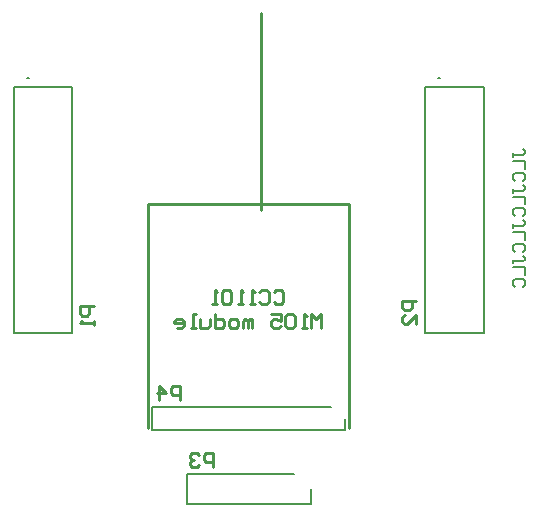
<source format=gbo>
G04*
G04 #@! TF.GenerationSoftware,Altium Limited,Altium Designer,22.3.1 (43)*
G04*
G04 Layer_Color=32896*
%FSLAX25Y25*%
%MOIN*%
G70*
G04*
G04 #@! TF.SameCoordinates,0A308F34-88F0-47DF-8954-E72232A12325*
G04*
G04*
G04 #@! TF.FilePolarity,Positive*
G04*
G01*
G75*
%ADD12C,0.00787*%
%ADD14C,0.01000*%
D12*
X201535Y144390D02*
X200748D01*
X201535D01*
X64528D02*
X63740D01*
X64528D01*
X169980Y26772D02*
Y30709D01*
X105610Y26772D02*
X169980D01*
X105610D02*
Y34646D01*
X165354D01*
X158602Y2087D02*
Y7087D01*
X117224Y2087D02*
X158602D01*
X117224D02*
Y12087D01*
X152913D01*
X196555Y59390D02*
X216043D01*
X196555D02*
Y141398D01*
X216043D01*
Y59390D02*
Y141398D01*
X59547Y59390D02*
X79035D01*
X59547D02*
Y141398D01*
X79035D01*
Y59390D02*
Y141398D01*
X225986Y117849D02*
Y119160D01*
Y118505D01*
X229265D01*
X229921Y119160D01*
Y119817D01*
X229265Y120473D01*
X225986Y116537D02*
X229921D01*
Y113913D01*
X226642Y109977D02*
X225986Y110633D01*
Y111945D01*
X226642Y112601D01*
X229265D01*
X229921Y111945D01*
Y110633D01*
X229265Y109977D01*
X225986Y106041D02*
Y107353D01*
Y106697D01*
X229265D01*
X229921Y107353D01*
Y108009D01*
X229265Y108665D01*
X225986Y104729D02*
X229921D01*
Y102106D01*
X226642Y98170D02*
X225986Y98826D01*
Y100138D01*
X226642Y100794D01*
X229265D01*
X229921Y100138D01*
Y98826D01*
X229265Y98170D01*
X225986Y94234D02*
Y95546D01*
Y94890D01*
X229265D01*
X229921Y95546D01*
Y96202D01*
X229265Y96858D01*
X225986Y92922D02*
X229921D01*
Y90298D01*
X226642Y86363D02*
X225986Y87019D01*
Y88331D01*
X226642Y88986D01*
X229265D01*
X229921Y88331D01*
Y87019D01*
X229265Y86363D01*
X225986Y82427D02*
Y83739D01*
Y83083D01*
X229265D01*
X229921Y83739D01*
Y84395D01*
X229265Y85051D01*
X225986Y81115D02*
X229921D01*
Y78491D01*
X226642Y74555D02*
X225986Y75211D01*
Y76523D01*
X226642Y77179D01*
X229265D01*
X229921Y76523D01*
Y75211D01*
X229265Y74555D01*
D14*
X141732Y100394D02*
Y165748D01*
X104331Y102362D02*
X171260D01*
X104331Y27559D02*
Y102362D01*
X171260Y27559D02*
Y102362D01*
X146060Y72846D02*
X146847Y73633D01*
X148422D01*
X149209Y72846D01*
Y69697D01*
X148422Y68910D01*
X146847D01*
X146060Y69697D01*
X141337Y72846D02*
X142124Y73633D01*
X143699D01*
X144486Y72846D01*
Y69697D01*
X143699Y68910D01*
X142124D01*
X141337Y69697D01*
X139763Y68910D02*
X138189D01*
X138976D01*
Y73633D01*
X139763Y72846D01*
X135827Y68910D02*
X134253D01*
X135040D01*
Y73633D01*
X135827Y72846D01*
X131892D02*
X131104Y73633D01*
X129530D01*
X128743Y72846D01*
Y69697D01*
X129530Y68910D01*
X131104D01*
X131892Y69697D01*
Y72846D01*
X127169Y68910D02*
X125594D01*
X126382D01*
Y73633D01*
X127169Y72846D01*
X161803Y60843D02*
Y65565D01*
X160229Y63991D01*
X158654Y65565D01*
Y60843D01*
X157080D02*
X155506D01*
X156293D01*
Y65565D01*
X157080Y64778D01*
X153145D02*
X152357Y65565D01*
X150783D01*
X149996Y64778D01*
Y61630D01*
X150783Y60843D01*
X152357D01*
X153145Y61630D01*
Y64778D01*
X145273Y65565D02*
X148422D01*
Y63204D01*
X146847Y63991D01*
X146060D01*
X145273Y63204D01*
Y61630D01*
X146060Y60843D01*
X147634D01*
X148422Y61630D01*
X138976Y60843D02*
Y63991D01*
X138189D01*
X137402Y63204D01*
Y60843D01*
Y63204D01*
X136614Y63991D01*
X135827Y63204D01*
Y60843D01*
X133466D02*
X131892D01*
X131104Y61630D01*
Y63204D01*
X131892Y63991D01*
X133466D01*
X134253Y63204D01*
Y61630D01*
X133466Y60843D01*
X126382Y65565D02*
Y60843D01*
X128743D01*
X129530Y61630D01*
Y63204D01*
X128743Y63991D01*
X126382D01*
X124807D02*
Y61630D01*
X124020Y60843D01*
X121659D01*
Y63991D01*
X120084Y60843D02*
X118510D01*
X119297D01*
Y65565D01*
X120084D01*
X113787Y60843D02*
X115361D01*
X116149Y61630D01*
Y63204D01*
X115361Y63991D01*
X113787D01*
X113000Y63204D01*
Y62417D01*
X116149D01*
X114959Y37009D02*
Y41732D01*
X112598D01*
X111811Y40944D01*
Y39370D01*
X112598Y38583D01*
X114959D01*
X107875Y37009D02*
Y41732D01*
X110237Y39370D01*
X107088D01*
X125983Y14568D02*
Y19291D01*
X123621D01*
X122834Y18503D01*
Y16929D01*
X123621Y16142D01*
X125983D01*
X121260Y18503D02*
X120473Y19291D01*
X118899D01*
X118112Y18503D01*
Y17716D01*
X118899Y16929D01*
X119686D01*
X118899D01*
X118112Y16142D01*
Y15355D01*
X118899Y14568D01*
X120473D01*
X121260Y15355D01*
X193700Y70077D02*
X188977D01*
Y67716D01*
X189764Y66929D01*
X191339D01*
X192126Y67716D01*
Y70077D01*
X193700Y62206D02*
Y65355D01*
X190551Y62206D01*
X189764D01*
X188977Y62993D01*
Y64567D01*
X189764Y65355D01*
X86220Y68109D02*
X81497D01*
Y65748D01*
X82284Y64961D01*
X83858D01*
X84645Y65748D01*
Y68109D01*
X86220Y63386D02*
Y61812D01*
Y62599D01*
X81497D01*
X82284Y63386D01*
M02*

</source>
